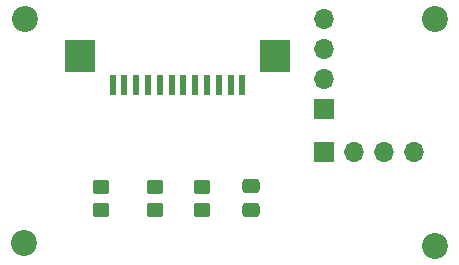
<source format=gbr>
%TF.GenerationSoftware,KiCad,Pcbnew,(5.99.0-11414-g76a6177eb7)*%
%TF.CreationDate,2021-11-21T23:19:34+08:00*%
%TF.ProjectId,trackpoint,74726163-6b70-46f6-996e-742e6b696361,rev?*%
%TF.SameCoordinates,Original*%
%TF.FileFunction,Soldermask,Top*%
%TF.FilePolarity,Negative*%
%FSLAX46Y46*%
G04 Gerber Fmt 4.6, Leading zero omitted, Abs format (unit mm)*
G04 Created by KiCad (PCBNEW (5.99.0-11414-g76a6177eb7)) date 2021-11-21 23:19:34*
%MOMM*%
%LPD*%
G01*
G04 APERTURE LIST*
G04 Aperture macros list*
%AMRoundRect*
0 Rectangle with rounded corners*
0 $1 Rounding radius*
0 $2 $3 $4 $5 $6 $7 $8 $9 X,Y pos of 4 corners*
0 Add a 4 corners polygon primitive as box body*
4,1,4,$2,$3,$4,$5,$6,$7,$8,$9,$2,$3,0*
0 Add four circle primitives for the rounded corners*
1,1,$1+$1,$2,$3*
1,1,$1+$1,$4,$5*
1,1,$1+$1,$6,$7*
1,1,$1+$1,$8,$9*
0 Add four rect primitives between the rounded corners*
20,1,$1+$1,$2,$3,$4,$5,0*
20,1,$1+$1,$4,$5,$6,$7,0*
20,1,$1+$1,$6,$7,$8,$9,0*
20,1,$1+$1,$8,$9,$2,$3,0*%
G04 Aperture macros list end*
%ADD10RoundRect,0.250000X-0.450000X0.350000X-0.450000X-0.350000X0.450000X-0.350000X0.450000X0.350000X0*%
%ADD11RoundRect,0.250000X0.450000X-0.350000X0.450000X0.350000X-0.450000X0.350000X-0.450000X-0.350000X0*%
%ADD12RoundRect,0.250000X0.475000X-0.337500X0.475000X0.337500X-0.475000X0.337500X-0.475000X-0.337500X0*%
%ADD13R,1.700000X1.700000*%
%ADD14O,1.700000X1.700000*%
%ADD15C,2.200000*%
%ADD16R,2.500000X2.800000*%
%ADD17R,0.600000X1.700000*%
G04 APERTURE END LIST*
D10*
%TO.C,R3*%
X114920000Y-84650000D03*
X114920000Y-86650000D03*
%TD*%
%TO.C,R2*%
X106430000Y-84650000D03*
X106430000Y-86650000D03*
%TD*%
D11*
%TO.C,R1*%
X110930000Y-86650000D03*
X110930000Y-84650000D03*
%TD*%
D12*
%TO.C,C1*%
X119130000Y-86657500D03*
X119130000Y-84582500D03*
%TD*%
D13*
%TO.C,J3*%
X125270000Y-78100000D03*
D14*
X125270000Y-75560000D03*
X125270000Y-73020000D03*
X125270000Y-70480000D03*
%TD*%
D15*
%TO.C,H4*%
X134690000Y-70480000D03*
%TD*%
%TO.C,H3*%
X99960000Y-70480000D03*
%TD*%
%TO.C,H2*%
X134650000Y-89660000D03*
%TD*%
%TO.C,H1*%
X99870000Y-89410000D03*
%TD*%
D16*
%TO.C,J1*%
X121120000Y-73620000D03*
X104620000Y-73620000D03*
D17*
X118370000Y-76070000D03*
X117370000Y-76070000D03*
X116370000Y-76070000D03*
X115370000Y-76070000D03*
X114370000Y-76070000D03*
X113370000Y-76070000D03*
X112370000Y-76070000D03*
X111370000Y-76070000D03*
X110370000Y-76070000D03*
X109370000Y-76070000D03*
X108370000Y-76070000D03*
X107370000Y-76070000D03*
%TD*%
D13*
%TO.C,J2*%
X125270000Y-81770000D03*
D14*
X127810000Y-81770000D03*
X130350000Y-81770000D03*
X132890000Y-81770000D03*
%TD*%
M02*

</source>
